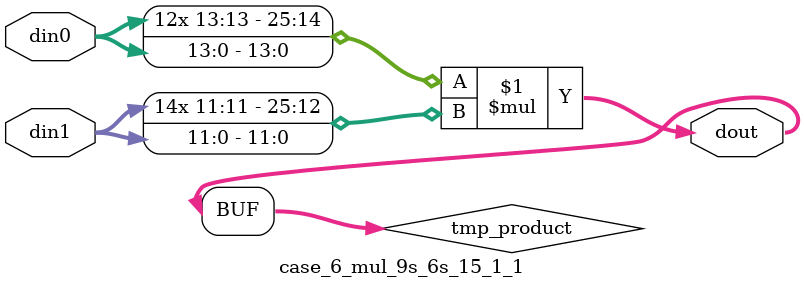
<source format=v>

`timescale 1 ns / 1 ps

 module case_6_mul_9s_6s_15_1_1(din0, din1, dout);
parameter ID = 1;
parameter NUM_STAGE = 0;
parameter din0_WIDTH = 14;
parameter din1_WIDTH = 12;
parameter dout_WIDTH = 26;

input [din0_WIDTH - 1 : 0] din0; 
input [din1_WIDTH - 1 : 0] din1; 
output [dout_WIDTH - 1 : 0] dout;

wire signed [dout_WIDTH - 1 : 0] tmp_product;



























assign tmp_product = $signed(din0) * $signed(din1);








assign dout = tmp_product;





















endmodule

</source>
